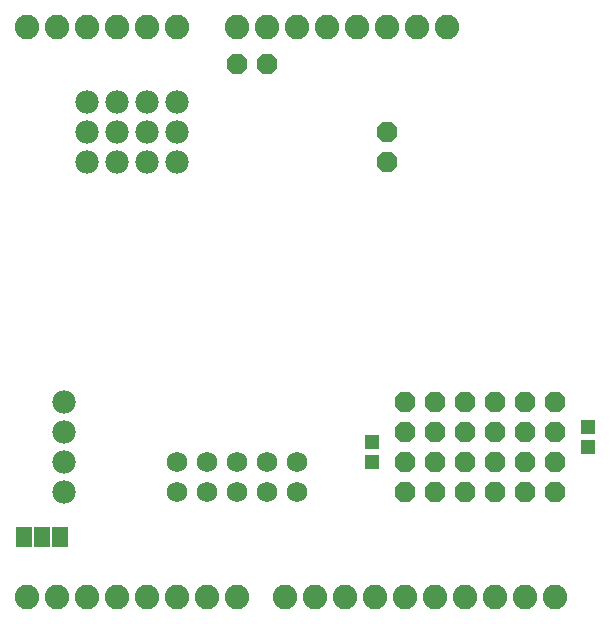
<source format=gbs>
G75*
%MOIN*%
%OFA0B0*%
%FSLAX25Y25*%
%IPPOS*%
%LPD*%
%AMOC8*
5,1,8,0,0,1.08239X$1,22.5*
%
%ADD10C,0.07800*%
%ADD11R,0.05131X0.04737*%
%ADD12R,0.05400X0.07100*%
%ADD13C,0.08200*%
%ADD14OC8,0.06800*%
%ADD15C,0.06800*%
D10*
X0080095Y0088933D03*
X0080095Y0098933D03*
X0080095Y0108933D03*
X0080095Y0118933D03*
X0087595Y0198933D03*
X0097595Y0198933D03*
X0107595Y0198933D03*
X0117595Y0198933D03*
X0117595Y0208933D03*
X0107595Y0208933D03*
X0097595Y0208933D03*
X0087595Y0208933D03*
X0087595Y0218933D03*
X0097595Y0218933D03*
X0107595Y0218933D03*
X0117595Y0218933D03*
D11*
X0254795Y0110580D03*
X0254795Y0103887D03*
X0182595Y0105580D03*
X0182595Y0098887D03*
D12*
X0078595Y0073983D03*
X0072595Y0073983D03*
X0066595Y0073983D03*
D13*
X0067595Y0053933D03*
X0077595Y0053933D03*
X0087595Y0053933D03*
X0097595Y0053933D03*
X0107595Y0053933D03*
X0117595Y0053933D03*
X0127595Y0053933D03*
X0137595Y0053933D03*
X0153595Y0053933D03*
X0163595Y0053933D03*
X0173595Y0053933D03*
X0183595Y0053933D03*
X0193595Y0053933D03*
X0203595Y0053933D03*
X0213595Y0053933D03*
X0223595Y0053933D03*
X0233595Y0053933D03*
X0243595Y0053933D03*
X0207595Y0243933D03*
X0197595Y0243933D03*
X0187595Y0243933D03*
X0177595Y0243933D03*
X0167595Y0243933D03*
X0157595Y0243933D03*
X0147595Y0243933D03*
X0137595Y0243933D03*
X0117595Y0243933D03*
X0107595Y0243933D03*
X0097595Y0243933D03*
X0087595Y0243933D03*
X0077595Y0243933D03*
X0067595Y0243933D03*
D14*
X0137595Y0231433D03*
X0147595Y0231433D03*
X0187595Y0208933D03*
X0187595Y0198933D03*
X0193595Y0118933D03*
X0193595Y0108933D03*
X0203595Y0108933D03*
X0203595Y0118933D03*
X0213595Y0118933D03*
X0213595Y0108933D03*
X0223595Y0108933D03*
X0233595Y0108933D03*
X0233595Y0118933D03*
X0223595Y0118933D03*
X0243595Y0118933D03*
X0243595Y0108933D03*
X0243595Y0098933D03*
X0233595Y0098933D03*
X0223595Y0098933D03*
X0213595Y0098933D03*
X0203595Y0098933D03*
X0193595Y0098933D03*
X0193595Y0088933D03*
X0203595Y0088933D03*
X0213595Y0088933D03*
X0223595Y0088933D03*
X0233595Y0088933D03*
X0243595Y0088933D03*
D15*
X0157595Y0088933D03*
X0147595Y0088933D03*
X0137595Y0088933D03*
X0127595Y0088933D03*
X0117595Y0088933D03*
X0117595Y0098933D03*
X0127595Y0098933D03*
X0137595Y0098933D03*
X0147595Y0098933D03*
X0157595Y0098933D03*
M02*

</source>
